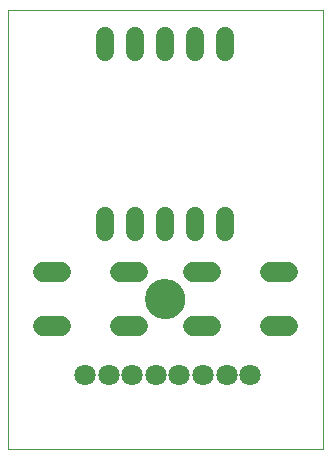
<source format=gts>
G75*
%MOIN*%
%OFA0B0*%
%FSLAX25Y25*%
%IPPOS*%
%LPD*%
%AMOC8*
5,1,8,0,0,1.08239X$1,22.5*
%
%ADD10C,0.00000*%
%ADD11C,0.06000*%
%ADD12C,0.07099*%
%ADD13C,0.06800*%
%ADD14C,0.13398*%
D10*
X0001800Y0001800D02*
X0001800Y0148001D01*
X0106721Y0148001D01*
X0106721Y0001800D01*
X0001800Y0001800D01*
X0048001Y0051800D02*
X0048003Y0051958D01*
X0048009Y0052116D01*
X0048019Y0052274D01*
X0048033Y0052432D01*
X0048051Y0052589D01*
X0048072Y0052746D01*
X0048098Y0052902D01*
X0048128Y0053058D01*
X0048161Y0053213D01*
X0048199Y0053366D01*
X0048240Y0053519D01*
X0048285Y0053671D01*
X0048334Y0053822D01*
X0048387Y0053971D01*
X0048443Y0054119D01*
X0048503Y0054265D01*
X0048567Y0054410D01*
X0048635Y0054553D01*
X0048706Y0054695D01*
X0048780Y0054835D01*
X0048858Y0054972D01*
X0048940Y0055108D01*
X0049024Y0055242D01*
X0049113Y0055373D01*
X0049204Y0055502D01*
X0049299Y0055629D01*
X0049396Y0055754D01*
X0049497Y0055876D01*
X0049601Y0055995D01*
X0049708Y0056112D01*
X0049818Y0056226D01*
X0049931Y0056337D01*
X0050046Y0056446D01*
X0050164Y0056551D01*
X0050285Y0056653D01*
X0050408Y0056753D01*
X0050534Y0056849D01*
X0050662Y0056942D01*
X0050792Y0057032D01*
X0050925Y0057118D01*
X0051060Y0057202D01*
X0051196Y0057281D01*
X0051335Y0057358D01*
X0051476Y0057430D01*
X0051618Y0057500D01*
X0051762Y0057565D01*
X0051908Y0057627D01*
X0052055Y0057685D01*
X0052204Y0057740D01*
X0052354Y0057791D01*
X0052505Y0057838D01*
X0052657Y0057881D01*
X0052810Y0057920D01*
X0052965Y0057956D01*
X0053120Y0057987D01*
X0053276Y0058015D01*
X0053432Y0058039D01*
X0053589Y0058059D01*
X0053747Y0058075D01*
X0053904Y0058087D01*
X0054063Y0058095D01*
X0054221Y0058099D01*
X0054379Y0058099D01*
X0054537Y0058095D01*
X0054696Y0058087D01*
X0054853Y0058075D01*
X0055011Y0058059D01*
X0055168Y0058039D01*
X0055324Y0058015D01*
X0055480Y0057987D01*
X0055635Y0057956D01*
X0055790Y0057920D01*
X0055943Y0057881D01*
X0056095Y0057838D01*
X0056246Y0057791D01*
X0056396Y0057740D01*
X0056545Y0057685D01*
X0056692Y0057627D01*
X0056838Y0057565D01*
X0056982Y0057500D01*
X0057124Y0057430D01*
X0057265Y0057358D01*
X0057404Y0057281D01*
X0057540Y0057202D01*
X0057675Y0057118D01*
X0057808Y0057032D01*
X0057938Y0056942D01*
X0058066Y0056849D01*
X0058192Y0056753D01*
X0058315Y0056653D01*
X0058436Y0056551D01*
X0058554Y0056446D01*
X0058669Y0056337D01*
X0058782Y0056226D01*
X0058892Y0056112D01*
X0058999Y0055995D01*
X0059103Y0055876D01*
X0059204Y0055754D01*
X0059301Y0055629D01*
X0059396Y0055502D01*
X0059487Y0055373D01*
X0059576Y0055242D01*
X0059660Y0055108D01*
X0059742Y0054972D01*
X0059820Y0054835D01*
X0059894Y0054695D01*
X0059965Y0054553D01*
X0060033Y0054410D01*
X0060097Y0054265D01*
X0060157Y0054119D01*
X0060213Y0053971D01*
X0060266Y0053822D01*
X0060315Y0053671D01*
X0060360Y0053519D01*
X0060401Y0053366D01*
X0060439Y0053213D01*
X0060472Y0053058D01*
X0060502Y0052902D01*
X0060528Y0052746D01*
X0060549Y0052589D01*
X0060567Y0052432D01*
X0060581Y0052274D01*
X0060591Y0052116D01*
X0060597Y0051958D01*
X0060599Y0051800D01*
X0060597Y0051642D01*
X0060591Y0051484D01*
X0060581Y0051326D01*
X0060567Y0051168D01*
X0060549Y0051011D01*
X0060528Y0050854D01*
X0060502Y0050698D01*
X0060472Y0050542D01*
X0060439Y0050387D01*
X0060401Y0050234D01*
X0060360Y0050081D01*
X0060315Y0049929D01*
X0060266Y0049778D01*
X0060213Y0049629D01*
X0060157Y0049481D01*
X0060097Y0049335D01*
X0060033Y0049190D01*
X0059965Y0049047D01*
X0059894Y0048905D01*
X0059820Y0048765D01*
X0059742Y0048628D01*
X0059660Y0048492D01*
X0059576Y0048358D01*
X0059487Y0048227D01*
X0059396Y0048098D01*
X0059301Y0047971D01*
X0059204Y0047846D01*
X0059103Y0047724D01*
X0058999Y0047605D01*
X0058892Y0047488D01*
X0058782Y0047374D01*
X0058669Y0047263D01*
X0058554Y0047154D01*
X0058436Y0047049D01*
X0058315Y0046947D01*
X0058192Y0046847D01*
X0058066Y0046751D01*
X0057938Y0046658D01*
X0057808Y0046568D01*
X0057675Y0046482D01*
X0057540Y0046398D01*
X0057404Y0046319D01*
X0057265Y0046242D01*
X0057124Y0046170D01*
X0056982Y0046100D01*
X0056838Y0046035D01*
X0056692Y0045973D01*
X0056545Y0045915D01*
X0056396Y0045860D01*
X0056246Y0045809D01*
X0056095Y0045762D01*
X0055943Y0045719D01*
X0055790Y0045680D01*
X0055635Y0045644D01*
X0055480Y0045613D01*
X0055324Y0045585D01*
X0055168Y0045561D01*
X0055011Y0045541D01*
X0054853Y0045525D01*
X0054696Y0045513D01*
X0054537Y0045505D01*
X0054379Y0045501D01*
X0054221Y0045501D01*
X0054063Y0045505D01*
X0053904Y0045513D01*
X0053747Y0045525D01*
X0053589Y0045541D01*
X0053432Y0045561D01*
X0053276Y0045585D01*
X0053120Y0045613D01*
X0052965Y0045644D01*
X0052810Y0045680D01*
X0052657Y0045719D01*
X0052505Y0045762D01*
X0052354Y0045809D01*
X0052204Y0045860D01*
X0052055Y0045915D01*
X0051908Y0045973D01*
X0051762Y0046035D01*
X0051618Y0046100D01*
X0051476Y0046170D01*
X0051335Y0046242D01*
X0051196Y0046319D01*
X0051060Y0046398D01*
X0050925Y0046482D01*
X0050792Y0046568D01*
X0050662Y0046658D01*
X0050534Y0046751D01*
X0050408Y0046847D01*
X0050285Y0046947D01*
X0050164Y0047049D01*
X0050046Y0047154D01*
X0049931Y0047263D01*
X0049818Y0047374D01*
X0049708Y0047488D01*
X0049601Y0047605D01*
X0049497Y0047724D01*
X0049396Y0047846D01*
X0049299Y0047971D01*
X0049204Y0048098D01*
X0049113Y0048227D01*
X0049024Y0048358D01*
X0048940Y0048492D01*
X0048858Y0048628D01*
X0048780Y0048765D01*
X0048706Y0048905D01*
X0048635Y0049047D01*
X0048567Y0049190D01*
X0048503Y0049335D01*
X0048443Y0049481D01*
X0048387Y0049629D01*
X0048334Y0049778D01*
X0048285Y0049929D01*
X0048240Y0050081D01*
X0048199Y0050234D01*
X0048161Y0050387D01*
X0048128Y0050542D01*
X0048098Y0050698D01*
X0048072Y0050854D01*
X0048051Y0051011D01*
X0048033Y0051168D01*
X0048019Y0051326D01*
X0048009Y0051484D01*
X0048003Y0051642D01*
X0048001Y0051800D01*
D11*
X0044300Y0074200D02*
X0044300Y0079400D01*
X0034300Y0079400D02*
X0034300Y0074200D01*
X0054300Y0074200D02*
X0054300Y0079400D01*
X0064300Y0079400D02*
X0064300Y0074200D01*
X0074300Y0074200D02*
X0074300Y0079400D01*
X0074300Y0134200D02*
X0074300Y0139400D01*
X0064300Y0139400D02*
X0064300Y0134200D01*
X0054300Y0134200D02*
X0054300Y0139400D01*
X0044300Y0139400D02*
X0044300Y0134200D01*
X0034300Y0134200D02*
X0034300Y0139400D01*
D12*
X0035363Y0026328D03*
X0043237Y0026328D03*
X0051111Y0026328D03*
X0058985Y0026328D03*
X0066859Y0026328D03*
X0074733Y0026328D03*
X0082607Y0026328D03*
X0027489Y0026328D03*
D13*
X0019500Y0042900D02*
X0013500Y0042900D01*
X0013500Y0060700D02*
X0019500Y0060700D01*
X0039100Y0060700D02*
X0045100Y0060700D01*
X0045100Y0042900D02*
X0039100Y0042900D01*
X0063500Y0042900D02*
X0069500Y0042900D01*
X0069500Y0060700D02*
X0063500Y0060700D01*
X0089100Y0060700D02*
X0095100Y0060700D01*
X0095100Y0042900D02*
X0089100Y0042900D01*
D14*
X0054300Y0051800D03*
M02*

</source>
